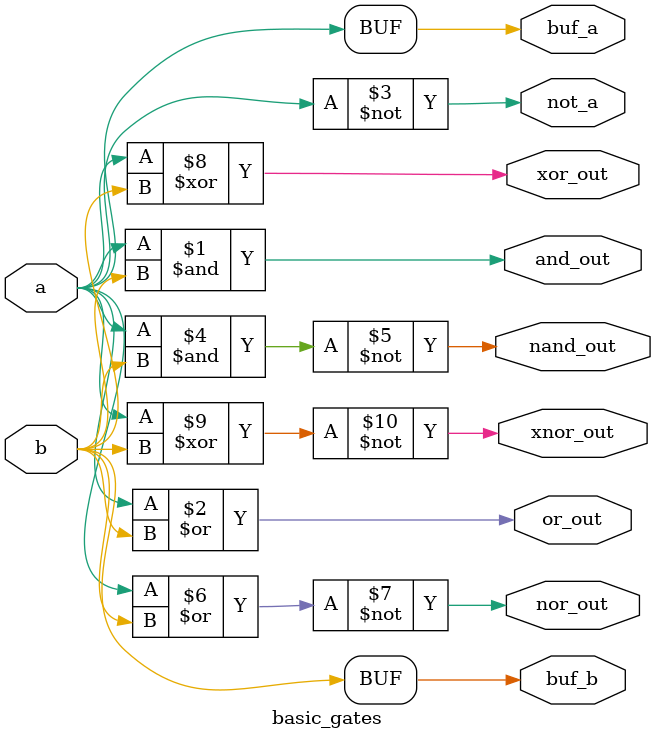
<source format=v>
module basic_gates (
    input  wire a,
    input  wire b,
    output wire and_out,
    output wire or_out,
    output wire not_a,
    output wire nand_out,
    output wire nor_out,
    output wire xor_out,
    output wire xnor_out,
    output wire buf_a,
    output wire buf_b
);

    assign and_out  = a & b;    // AND
    assign or_out   = a | b;    // OR
    assign not_a    = ~a;       // NOT (only on 'a' here)
    assign nand_out = ~(a & b); // NAND
    assign nor_out  = ~(a | b); // NOR
    assign xor_out  = a ^ b;    // XOR
    assign xnor_out = ~(a ^ b); // XNOR
    assign buf_a    = a;        // Buffer (just passes input)
    assign buf_b    = b;        // Buffer (just passes input)

endmodule

</source>
